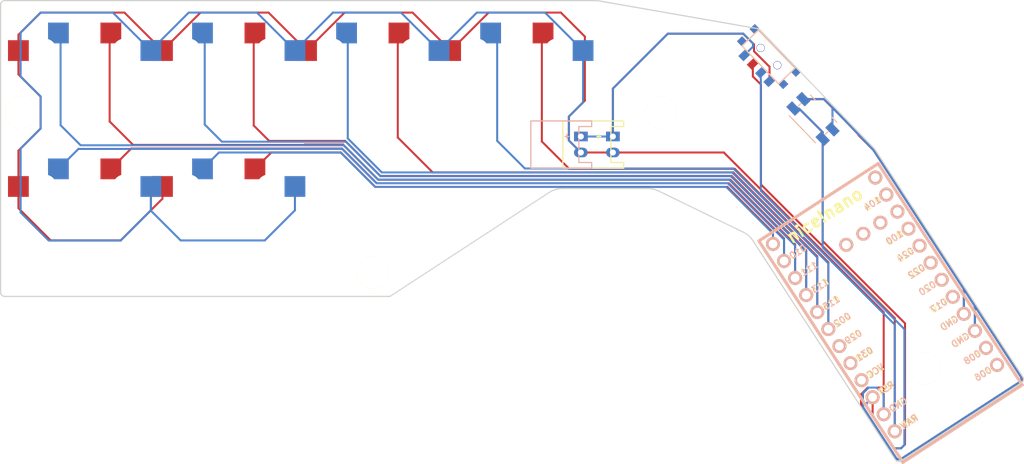
<source format=kicad_pcb>
(kicad_pcb (version 20241229) (generator "pcbnew") (generator_version "9.0")
  (title_block (title "revolver_left") (rev "v1.0.0") (company "Unknown"))
  (layers (0 "F.Cu" signal) (2 "B.Cu" signal) (13 "F.Paste" user) (15 "B.Paste" user) (5 "F.SilkS" user "F.Silkscreen") (7 "B.SilkS" user "B.Silkscreen") (1 "F.Mask" user) (3 "B.Mask" user) (25 "Edge.Cuts" user))
  (net 0 "")
  (net 1 "P111")
  (net 2 "GND")
  (net 3 "P010")
  (net 4 "P113")
  (net 5 "P009")
  (net 6 "P115")
  (net 7 "P002")
  (net 8 "RAW")
  (net 9 "RST")
  (net 10 "VCC")
  (net 11 "P031")
  (net 12 "P029")
  (net 13 "P006")
  (net 14 "P008")
  (net 15 "P017")
  (net 16 "P020")
  (net 17 "P022")
  (net 18 "P024")
  (net 19 "P100")
  (net 20 "P011")
  (net 21 "P104")
  (net 22 "P106")
  (net 23 "P101")
  (net 24 "P102")
  (net 25 "P107")
  (net 26 "pos")
  (footprint "E73:SPDT_C128955" (layer "F.Cu") (at 185.5 80 -46)
    (property "Reference" "T1" (hide yes))
    (property "Value" "" (hide yes))
    (fp_line (start -3.3 1.5) (end 3.3 1.5) (stroke (width 0.15)) (layer "B.SilkS"))
    (fp_line (start -3.3 -1.35) (end -3.3 1.5) (stroke (width 0.15)) (layer "B.SilkS"))
    (fp_line (start 0 -1.35) (end -3.3 -1.35) (stroke (width 0.15)) (layer "B.SilkS"))
    (fp_line (start 0 -1.35) (end 3.3 -1.349999) (stroke (width 0.15)) (layer "B.SilkS"))
    (fp_line (start 3.3 1.5) (end 3.3 -1.349999) (stroke (width 0.15)) (layer "B.SilkS"))
    (fp_line (start 1.95 -1.35) (end -1.95 -1.35) (stroke (width 0.15)) (layer "B.SilkS"))
    (pad "" smd rect (at -3.7 -1.1 314) (size 0.9 0.9) (layers "B.Cu" "B.Mask" "B.Paste"))
    (pad "" smd rect (at -3.7 1.1 314) (size 0.9 0.9) (layers "B.Cu" "B.Mask" "B.Paste"))
    (pad "" np_thru_hole circle (at -1.500001 0) (size 1 1) (drill 0.9) (layers "*.Cu" "*.Mask"))
    (pad "" np_thru_hole circle (at 1.500001 0) (size 1 1) (drill 0.9) (layers "*.Cu" "*.Mask"))
    (pad "" smd rect (at 3.7 -1.1 314) (size 0.9 0.9) (layers "B.Cu" "B.Mask" "B.Paste"))
    (pad "" smd rect (at 3.7 1.1 314) (size 0.9 0.9) (layers "B.Cu" "B.Mask" "B.Paste"))
    (pad "1" smd rect (at -2.249999 2.075 314) (size 0.9 1.25) (layers "B.Cu" "B.Mask" "B.Paste") (net 26 "pos"))
    (pad "2" smd rect (at 0.75 2.075 314) (size 0.9 1.25) (layers "B.Cu" "B.Mask" "B.Paste") (net 8 "RAW"))
    (pad "3" smd rect (at 2.25 2.075 314) (size 0.9 1.25) (layers "B.Cu" "B.Mask" "B.Paste"))
  )
  (footprint "HOLE_M2_TH" (layer "F.Cu") (at 172 87)
    (property "Reference" "" (at 0 0 0) (layer "F.SilkS") (effects (font (size 1.27 1.27))))
    (property "Value" "")
    (pad "" np_thru_hole circle (at 0 0 90) (size 4 4) (drill 4) (layers "*.Cu" "*.Mask" "F.SilkS") (clearance 0.3))
  )
  (footprint "HOLE_M2_TH" (layer "F.Cu") (at 205 119)
    (property "Reference" "" (at 0 0 0) (layer "F.SilkS") (effects (font (size 1.27 1.27))))
    (property "Value" "")
    (pad "" np_thru_hole circle (at 0 0 90) (size 4 4) (drill 4) (layers "*.Cu" "*.Mask" "F.SilkS") (clearance 0.3))
  )
  (footprint "PG1350" (layer "F.Cu") (at 100 100)
    (property "Reference" "S8" (hide yes))
    (property "Value" "" (hide yes))
    (pad "" np_thru_hole circle (at -5.5 0) (size 1.7018 1.7018) (drill 1.7018) (layers "*.Cu" "*.Mask"))
    (pad "" np_thru_hole circle (at -5 -3.75) (size 3 3) (drill 3) (layers "*.Cu" "*.Mask"))
    (pad "" np_thru_hole circle (at 0 -5.95) (size 3 3) (drill 3) (layers "*.Cu" "*.Mask"))
    (pad "" np_thru_hole circle (at 0 -5.95) (size 3 3) (drill 3) (layers "*.Cu" "*.Mask"))
    (pad "" np_thru_hole circle (at 0 0) (size 3.429 3.429) (drill 3.429) (layers "*.Cu" "*.Mask"))
    (pad "" np_thru_hole circle (at 5 -3.75) (size 3 3) (drill 3) (layers "*.Cu" "*.Mask"))
    (pad "" np_thru_hole circle (at 5.5 0) (size 1.7018 1.7018) (drill 1.7018) (layers "*.Cu" "*.Mask"))
    (pad "1" smd rect (at -3.275 -5.95) (size 2.6 2.6) (layers "B.Cu" "B.Mask" "B.Paste") (net 3 "P010"))
    (pad "1" smd rect (at 3.275 -5.95) (size 2.6 2.6) (layers "F.Cu" "F.Mask" "F.Paste") (net 3 "P010"))
    (pad "2" smd rect (at -8.275 -3.75) (size 2.6 2.6) (layers "F.Cu" "F.Mask" "F.Paste") (net 2 "GND"))
    (pad "2" smd rect (at 8.275 -3.75) (size 2.6 2.6) (layers "B.Cu" "B.Mask" "B.Paste") (net 2 "GND"))
  )
  (footprint "PG1350" (layer "F.Cu") (at 118 83)
    (property "Reference" "S9" (hide yes))
    (property "Value" "" (hide yes))
    (pad "" np_thru_hole circle (at -5.5 0) (size 1.7018 1.7018) (drill 1.7018) (layers "*.Cu" "*.Mask"))
    (pad "" np_thru_hole circle (at -5 -3.75) (size 3 3) (drill 3) (layers "*.Cu" "*.Mask"))
    (pad "" np_thru_hole circle (at 0 -5.95) (size 3 3) (drill 3) (layers "*.Cu" "*.Mask"))
    (pad "" np_thru_hole circle (at 0 -5.95) (size 3 3) (drill 3) (layers "*.Cu" "*.Mask"))
    (pad "" np_thru_hole circle (at 0 0) (size 3.429 3.429) (drill 3.429) (layers "*.Cu" "*.Mask"))
    (pad "" np_thru_hole circle (at 5 -3.75) (size 3 3) (drill 3) (layers "*.Cu" "*.Mask"))
    (pad "" np_thru_hole circle (at 5.5 0) (size 1.7018 1.7018) (drill 1.7018) (layers "*.Cu" "*.Mask"))
    (pad "1" smd rect (at -3.275 -5.95) (size 2.6 2.6) (layers "B.Cu" "B.Mask" "B.Paste") (net 4 "P113"))
    (pad "1" smd rect (at 3.275 -5.95) (size 2.6 2.6) (layers "F.Cu" "F.Mask" "F.Paste") (net 4 "P113"))
    (pad "2" smd rect (at -8.275 -3.75) (size 2.6 2.6) (layers "F.Cu" "F.Mask" "F.Paste") (net 2 "GND"))
    (pad "2" smd rect (at 8.275 -3.75) (size 2.6 2.6) (layers "B.Cu" "B.Mask" "B.Paste") (net 2 "GND"))
  )
  (footprint "Panasonic_EVQPUL_EVQPUC" (layer "F.Cu") (at 191 87.8 -46)
    (property "Reference" "B1" (hide yes))
    (property "Value" "Panasonic_EVQPUL_EVQPUC" (hide yes))
    (fp_line (start -2.449999 0.275) (end -2.450001 -0.275) (stroke (width 0.12)) (layer "B.SilkS"))
    (fp_line (start 2.350001 1.85) (end -2.35 1.85) (stroke (width 0.12)) (layer "B.SilkS"))
    (fp_line (start -1.425 -1.85) (end -2.350001 -1.85) (stroke (width 0.12)) (layer "B.SilkS"))
    (fp_line (start 2.450001 0.275) (end 2.449999 -0.275) (stroke (width 0.12)) (layer "B.SilkS"))
    (fp_line (start 2.35 -1.85) (end 1.425 -1.85) (stroke (width 0.12)) (layer "B.SilkS"))
    (pad "" np_thru_hole circle (at 0 -1.375 314) (size 0.75 0.75) (drill 0.75) (layers "*.Cu" "*.Mask"))
    (pad "" np_thru_hole circle (at 0 1.375 314) (size 0.75 0.75) (drill 0.75) (layers "*.Cu" "*.Mask"))
    (pad "1" smd rect (at -2.625 -0.850001 314) (size 1.55 1) (layers "B.Cu" "B.Mask" "B.Paste") (net 2 "GND"))
    (pad "1" smd rect (at 2.625 -0.85 314) (size 1.55 1) (layers "B.Cu" "B.Mask" "B.Paste") (net 2 "GND"))
    (pad "2" smd rect (at -2.625 0.85 314) (size 1.55 1) (layers "B.Cu" "B.Mask" "B.Paste") (net 9 "RST"))
    (pad "2" smd rect (at 2.625 0.850001 314) (size 1.55 1) (layers "B.Cu" "B.Mask" "B.Paste") (net 9 "RST"))
  )
  (footprint "PG1350" (layer "F.Cu") (at 118 100)
    (property "Reference" "S10" (hide yes))
    (property "Value" "" (hide yes))
    (pad "" np_thru_hole circle (at -5.5 0) (size 1.7018 1.7018) (drill 1.7018) (layers "*.Cu" "*.Mask"))
    (pad "" np_thru_hole circle (at -5 -3.75) (size 3 3) (drill 3) (layers "*.Cu" "*.Mask"))
    (pad "" np_thru_hole circle (at 0 -5.95) (size 3 3) (drill 3) (layers "*.Cu" "*.Mask"))
    (pad "" np_thru_hole circle (at 0 -5.95) (size 3 3) (drill 3) (layers "*.Cu" "*.Mask"))
    (pad "" np_thru_hole circle (at 0 0) (size 3.429 3.429) (drill 3.429) (layers "*.Cu" "*.Mask"))
    (pad "" np_thru_hole circle (at 5 -3.75) (size 3 3) (drill 3) (layers "*.Cu" "*.Mask"))
    (pad "" np_thru_hole circle (at 5.5 0) (size 1.7018 1.7018) (drill 1.7018) (layers "*.Cu" "*.Mask"))
    (pad "1" smd rect (at -3.275 -5.95) (size 2.6 2.6) (layers "B.Cu" "B.Mask" "B.Paste") (net 5 "P009"))
    (pad "1" smd rect (at 3.275 -5.95) (size 2.6 2.6) (layers "F.Cu" "F.Mask" "F.Paste") (net 5 "P009"))
    (pad "2" smd rect (at -8.275 -3.75) (size 2.6 2.6) (layers "F.Cu" "F.Mask" "F.Paste") (net 2 "GND"))
    (pad "2" smd rect (at 8.275 -3.75) (size 2.6 2.6) (layers "B.Cu" "B.Mask" "B.Paste") (net 2 "GND"))
  )
  (footprint "JST_PH_S2B-PH-K_02x2.00mm_Angled" (layer "F.Cu") (at 166 91 -90)
    (property "Reference" "JST2" (hide yes))
    (property "Value" "" (hide yes))
    (fp_line (start -2.95 6.25) (end 2.95 6.25) (stroke (width 0.15)) (layer "F.SilkS"))
    (fp_line (start 2.95 6.25) (end 2.95 -1.35) (stroke (width 0.15)) (layer "F.SilkS"))
    (fp_line (start -1.25 1.75) (end -0.75 1.75) (stroke (width 0.15)) (layer "F.SilkS"))
    (fp_line (start -1 1.5) (end -1 2) (stroke (width 0.15)) (layer "F.SilkS"))
    (fp_line (start -2.25 0.25) (end -2.25 -1.35) (stroke (width 0.15)) (layer "F.SilkS"))
    (fp_line (start 2.25 0.25) (end -2.25 0.25) (stroke (width 0.15)) (layer "F.SilkS"))
    (fp_line (start -2.95 -1.35) (end -2.95 6.25) (stroke (width 0.15)) (layer "F.SilkS"))
    (fp_line (start -2.25 -1.35) (end -2.95 -1.35) (stroke (width 0.15)) (layer "F.SilkS"))
    (fp_line (start 2.25 -1.35) (end 2.25 0.25) (stroke (width 0.15)) (layer "F.SilkS"))
    (fp_line (start 2.95 -1.35) (end 2.25 -1.35) (stroke (width 0.15)) (layer "F.SilkS"))
    (pad "1" thru_hole rect (at -1 0 270) (size 1.2 1.7) (drill 0.75) (layers "*.Cu" "*.Mask") (net 26 "pos"))
    (pad "2" thru_hole oval (at 1 0 270) (size 1.2 1.7) (drill 0.75) (layers "*.Cu" "*.Mask") (net 2 "GND"))
  )
  (footprint "HOLE_M2_TH" (layer "F.Cu") (at 92 87)
    (property "Reference" "" (at 0 0 0) (layer "F.SilkS") (effects (font (size 1.27 1.27))))
    (property "Value" "")
    (pad "" np_thru_hole circle (at 0 0 90) (size 4 4) (drill 4) (layers "*.Cu" "*.Mask" "F.SilkS") (clearance 0.3))
  )
  (footprint "Panasonic_EVQPUL_EVQPUC" (layer "F.Cu") (at 191 87.8 -46)
    (property "Reference" "B2" (hide yes))
    (property "Value" "Panasonic_EVQPUL_EVQPUC" (hide yes))
    (fp_line (start -2.449999 0.275) (end -2.450001 -0.275) (stroke (width 0.12)) (layer "F.SilkS"))
    (fp_line (start 2.350001 1.85) (end -2.35 1.85) (stroke (width 0.12)) (layer "F.SilkS"))
    (fp_line (start -1.425 -1.85) (end -2.350001 -1.85) (stroke (width 0.12)) (layer "F.SilkS"))
    (fp_line (start 2.450001 0.275) (end 2.449999 -0.275) (stroke (width 0.12)) (layer "F.SilkS"))
    (fp_line (start 2.35 -1.85) (end 1.425 -1.85) (stroke (width 0.12)) (layer "F.SilkS"))
    (pad "" np_thru_hole circle (at 0 -1.375 314) (size 0.75 0.75) (drill 0.75) (layers "*.Cu" "*.Mask"))
    (pad "" np_thru_hole circle (at 0 1.375 314) (size 0.75 0.75) (drill 0.75) (layers "*.Cu" "*.Mask"))
    (pad "1" smd rect (at -2.625 -0.850001 314) (size 1.55 1) (layers "F.Cu" "F.Mask" "F.Paste") (net 2 "GND"))
    (pad "1" smd rect (at 2.625 -0.85 314) (size 1.55 1) (layers "F.Cu" "F.Mask" "F.Paste") (net 2 "GND"))
    (pad "2" smd rect (at -2.625 0.85 314) (size 1.55 1) (layers "F.Cu" "F.Mask" "F.Paste") (net 9 "RST"))
    (pad "2" smd rect (at 2.625 0.850001 314) (size 1.55 1) (layers "F.Cu" "F.Mask" "F.Paste") (net 9 "RST"))
  )
  (footprint "nice_nano" (layer "F.Cu") (at 200 111 123)
    (property "Reference" "MCU1" (hide yes))
    (property "Value" "nice_nano" (hide yes))
    (fp_line (start 15.24 -8.89) (end -17.78 -8.89) (stroke (width 0.381)) (layer "F.SilkS"))
    (fp_line (start 15.24 8.889999) (end 15.24 -8.89) (stroke (width 0.381)) (layer "F.SilkS"))
    (fp_line (start -17.78 -8.89) (end -17.78 8.889999) (stroke (width 0.381)) (layer "F.SilkS"))
    (fp_line (start -17.78 8.889999) (end 15.24 8.889999) (stroke (width 0.381)) (layer "F.SilkS"))
    (fp_line (start 15.24 -8.89) (end -17.78 -8.89) (stroke (width 0.381)) (layer "B.SilkS"))
    (fp_line (start 15.24 8.889999) (end 15.24 -8.89) (stroke (width 0.381)) (layer "B.SilkS"))
    (fp_line (start -17.78 -8.89) (end -17.78 8.889999) (stroke (width 0.381)) (layer "B.SilkS"))
    (fp_line (start -17.78 8.889999) (end 15.24 8.889999) (stroke (width 0.381)) (layer "B.SilkS"))
    (fp_text user "RST" (at -8.89 -5.588 213) (layer "F.SilkS") (effects (font (size 0.8 0.8))))
    (fp_text user "031" (at -3.81 -5.537191 213) (layer "F.SilkS") (effects (font (size 0.8 0.8))))
    (fp_text user "002" (at 1.27 -5.537191 213) (layer "F.SilkS") (effects (font (size 0.8 0.8))))
    (fp_text user "017" (at -3.8 5.537191 213) (layer "F.SilkS") (effects (font (size 0.8 0.8))))
    (fp_text user "020" (at -1.2 5.53719 213) (layer "F.SilkS") (effects (font (size 0.8 0.8))))
    (fp_text user "024" (at 3.81 5.537191 213) (layer "F.SilkS") (effects (font (size 0.8 0.8))))
    (fp_text user "100" (at 6.35 5.53719 213) (layer "F.SilkS") (effects (font (size 0.8 0.8))))
    (fp_text user "GND" (at -6.35 5.461 213) (layer "F.SilkS") (effects (font (size 0.8 0.8))))
    (fp_text user "010" (at 11.43 -5.537191 213) (layer "F.SilkS") (effects (font (size 0.8 0.8))))
    (fp_text user "029" (at -1.27 -5.537191 213) (layer "F.SilkS") (effects (font (size 0.8 0.8))))
    (fp_text user "GND" (at -8.89 5.461 213) (layer "F.SilkS") (effects (font (size 0.8 0.8))))
    (fp_text user "006" (at -13.97 5.53719 213) (layer "F.SilkS") (effects (font (size 0.8 0.8))))
    (fp_text user "GND" (at -11.43 -5.454667 213) (layer "F.SilkS") (effects (font (size 0.8 0.8))))
    (fp_text user "RAW" (at -13.97 -5.473715 213) (layer "F.SilkS") (effects (font (size 0.8 0.8))))
    (fp_text user "022" (at 1.3 5.537191 213) (layer "F.SilkS") (effects (font (size 0.8 0.8))))
    (fp_text user "113" (at 6.35 -5.537191 213) (layer "F.SilkS") (effects (font (size 0.8 0.8))))
    (fp_text user "008" (at -11.5 5.53719 213) (layer "F.SilkS") (effects (font (size 0.8 0.8))))
    (fp_text user "115" (at 3.810001 -5.537191 213) (layer "F.SilkS") (effects (font (size 0.8 0.8))))
    (fp_text user "111" (at 8.89 -5.537191 213) (layer "F.SilkS") (effects (font (size 0.8 0.8))))
    (fp_text user "VCC" (at -6.35 -5.537191 213) (layer "F.SilkS") (effects (font (size 0.8 0.8))))
    (fp_text user "104" (at 11.43 5.53719 213) (layer "F.SilkS") (effects (font (size 0.8 0.8))))
    (fp_text user "nice!nano" (at 13.462 -0.254 213) (layer "F.SilkS") (effects (font (size 1.5 1.5) (thickness 0.3))))
    (fp_text user "GND" (at -6.35 5.461 213) (layer "B.SilkS") (effects (font (size 0.8 0.8)) (justify mirror)))
    (fp_text user "VCC" (at -6.35 -5.537191 213) (layer "B.SilkS") (effects (font (size 0.8 0.8)) (justify mirror)))
    (fp_text user "100" (at 6.35 5.53719 213) (layer "B.SilkS") (effects (font (size 0.8 0.8)) (justify mirror)))
    (fp_text user "113" (at 6.35 -5.537191 213) (layer "B.SilkS") (effects (font (size 0.8 0.8)) (justify mirror)))
    (fp_text user "111" (at 8.89 -5.537191 213) (layer "B.SilkS") (effects (font (size 0.8 0.8)) (justify mirror)))
    (fp_text user "RAW" (at -13.97 -5.473715 213) (layer "B.SilkS") (effects (font (size 0.8 0.8)) (justify mirror)))
    (fp_text user "010" (at 11.43 -5.537191 213) (layer "B.SilkS") (effects (font (size 0.8 0.8)) (justify mirror)))
    (fp_text user "024" (at 3.81 5.537191 213) (layer "B.SilkS") (effects (font (size 0.8 0.8)) (justify mirror)))
    (fp_text user "022" (at 1.3 5.537191 213) (layer "B.SilkS") (effects (font (size 0.8 0.8)) (justify mirror)))
    (fp_text user "008" (at -11.5 5.53719 213) (layer "B.SilkS") (effects (font (size 0.8 0.8)) (justify mirror)))
    (fp_text user "031" (at -3.81 -5.537191 213) (layer "B.SilkS") (effects (font (size 0.8 0.8)) (justify mirror)))
    (fp_text user "RST" (at -8.89 -5.588 213) (layer "B.SilkS") (effects (font (size 0.8 0.8)) (justify mirror)))
    (fp_text user "006" (at -13.97 5.53719 213) (layer "B.SilkS") (effects (font (size 0.8 0.8)) (justify mirror)))
    (fp_text user "GND" (at -11.43 -5.454667 213) (layer "B.SilkS") (effects (font (size 0.8 0.8)) (justify mirror)))
    (fp_text user "029" (at -1.27 -5.537191 213) (layer "B.SilkS") (effects (font (size 0.8 0.8)) (justify mirror)))
    (fp_text user "002" (at 1.27 -5.537191 213) (layer "B.SilkS") (effects (font (size 0.8 0.8)) (justify mirror)))
    (fp_text user "020" (at -1.2 5.53719 213) (layer "B.SilkS") (effects (font (size 0.8 0.8)) (justify mirror)))
    (fp_text user "104" (at 11.43 5.53719 213) (layer "B.SilkS") (effects (font (size 0.8 0.8)) (justify mirror)))
    (fp_text user "GND" (at -8.89 5.461 213) (layer "B.SilkS") (effects (font (size 0.8 0.8)) (justify mirror)))
    (fp_text user "017" (at -3.8 5.537191 213) (layer "B.SilkS") (effects (font (size 0.8 0.8)) (justify mirror)))
    (fp_text user "115" (at 3.810001 -5.537191 213) (layer "B.SilkS") (effects (font (size 0.8 0.8)) (justify mirror)))
    (pad "1" thru_hole circle (at -13.97 7.62) (size 1.7526 1.7526) (drill 1.0922) (layers "*.Cu" "*.SilkS" "*.Mask") (net 13 "P006"))
    (pad "2" thru_hole circle (at -11.43 7.62) (size 1.7526 1.7526) (drill 1.0922) (layers "*.Cu" "*.SilkS" "*.Mask") (net 14 "P008"))
    (pad "3" thru_hole circle (at -8.89 7.62) (size 1.7526 1.7526) (drill 1.0922) (layers "*.Cu" "*.SilkS" "*.Mask") (net 2 "GND"))
    (pad "4" thru_hole circle (at -6.350001 7.62) (size 1.7526 1.7526) (drill 1.0922) (layers "*.Cu" "*.SilkS" "*.Mask") (net 2 "GND"))
    (pad "5" thru_hole circle (at -3.809999 7.62) (size 1.7526 1.7526) (drill 1.0922) (layers "*.Cu" "*.SilkS" "*.Mask") (net 15 "P017"))
    (pad "6" thru_hole circle (at -1.27 7.62) (size 1.7526 1.7526) (drill 1.0922) (layers "*.Cu" "*.SilkS" "*.Mask") (net 16 "P020"))
    (pad "7" thru_hole circle (at 1.27 7.62) (size 1.7526 1.7526) (drill 1.0922) (layers "*.Cu" "*.SilkS" "*.Mask") (net 17 "P022"))
    (pad "8" thru_hole circle (at 3.81 7.62) (size 1.7526 1.7526) (drill 1.0922) (layers "*.Cu" "*.SilkS" "*.Mask") (net 18 "P024"))
    (pad "9" thru_hole circle (at 6.35 7.62) (size 1.7526 1.7526) (drill 1.0922) (layers "*.Cu" "*.SilkS" "*.Mask") (net 19 "P100"))
    (pad "10" thru_hole circle (at 8.89 7.62) (size 1.7526 1.7526) (drill 1.0922) (layers "*.Cu" "*.SilkS" "*.Mask") (net 20 "P011"))
    (pad "11" thru_hole circle (at 11.43 7.62) (size 1.7526 1.7526) (drill 1.0922) (layers "*.Cu" "*.SilkS" "*.Mask") (net 21 "P104"))
    (pad "12" thru_hole circle (at 13.97 7.62) (size 1.7526 1.7526) (drill 1.0922) (layers "*.Cu" "*.SilkS" "*.Mask") (net 22 "P106"))
    (pad "13" thru_hole circle (at 13.97 -7.62) (size 1.7526 1.7526) (drill 1.0922) (layers "*.Cu" "*.SilkS" "*.Mask") (net 5 "P009"))
    (pad "14" thru_hole circle (at 11.43 -7.62) (size 1.7526 1.7526) (drill 1.0922) (layers "*.Cu" "*.SilkS" "*.Mask") (net 3 "P010"))
    (pad "15" thru_hole circle (at 8.89 -7.62) (size 1.7526 1.7526) (drill 1.0922) (layers "*.Cu" "*.SilkS" "*.Mask") (net 1 "P111"))
    (pad "16" thru_hole circle (at 6.350001 -7.62) (size 1.7526 1.7526) (drill 1.0922) (layers "*.Cu" "*.SilkS" "*.Mask") (net 4 "P113"))
    (pad "17" thru_hole circle (at 3.809999 -7.62) (size 1.7526 1.7526) (drill 1.0922) (layers "*.Cu" "*.SilkS" "*.Mask") (net 6 "P115"))
    (pad "18" thru_hole circle (at 1.27 -7.62) (size 1.7526 1.7526) (drill 1.0922) (layers "*.Cu" "*.SilkS" "*.Mask") (net 7 "P002"))
    (pad "19" thru_hole circle (at -1.27 -7.62) (size 1.7526 1.7526) (drill 1.0922) (layers "*.Cu" "*.SilkS" "*.Mask") (net 12 "P029"))
    (pad "20" thru_hole circle (at -3.81 -7.62) (size 1.7526 1.7526) (drill 1.0922) (layers "*.Cu" "*.SilkS" "*.Mask") (net 11 "P031"))
    (pad "21" thru_hole circle (at -6.35 -7.62) (size 1.7526 1.7526) (drill 1.0922) (layers "*.Cu" "*.SilkS" "*.Mask") (net 10 "VCC"))
    (pad "22" thru_hole circle (at -8.89 -7.62) (size 1.7526 1.7526) (drill 1.0922) (layers "*.Cu" "*.SilkS" "*.Mask") (net 9 "RST"))
    (pad "23" thru_hole circle (at -11.43 -7.62) (size 1.7526 1.7526) (drill 1.0922) (layers "*.Cu" "*.SilkS" "*.Mask") (net 2 "GND"))
    (pad "24" thru_hole circle (at -13.97 -7.62) (size 1.7526 1.7526) (drill 1.0922) (layers "*.Cu" "*.SilkS" "*.Mask") (net 8 "RAW"))
    (pad "31" thru_hole circle (at 8.890001 5.08) (size 1.7526 1.7526) (drill 1.0922) (layers "*.Cu" "*.SilkS" "*.Mask") (net 23 "P101"))
    (pad "32" thru_hole circle (at 8.89 2.54) (size 1.7526 1.7526) (drill 1.0922) (layers "*.Cu" "*.SilkS" "*.Mask") (net 24 "P102"))
    (pad "33" thru_hole circle (at 8.89 0) (size 1.7526 1.7526) (drill 1.0922) (layers "*.Cu" "*.SilkS" "*.Mask") (net 25 "P107"))
  )
  (footprint "JST_PH_S2B-PH-K_02x2.00mm_Angled" (layer "F.Cu") (at 162 91 -90)
    (property "Reference" "JST1" (hide yes))
    (property "Value" "" (hide yes))
    (fp_line (start -2.95 6.25) (end 2.95 6.25) (stroke (width 0.15)) (layer "B.SilkS"))
    (fp_line (start 2.95 6.25) (end 2.95 -1.35) (stroke (width 0.15)) (layer "B.SilkS"))
    (fp_line (start -1.25 1.75) (end -0.75 1.75) (stroke (width 0.15)) (layer "B.SilkS"))
    (fp_line (start -1 1.5) (end -1 2) (stroke (width 0.15)) (layer "B.SilkS"))
    (fp_line (start -2.25 0.25) (end -2.25 -1.35) (stroke (width 0.15)) (layer "B.SilkS"))
    (fp_line (start 2.25 0.25) (end -2.25 0.25) (stroke (width 0.15)) (layer "B.SilkS"))
    (fp_line (start -2.95 -1.35) (end -2.95 6.25) (stroke (width 0.15)) (layer "B.SilkS"))
    (fp_line (start -2.25 -1.35) (end -2.95 -1.35) (stroke (width 0.15)) (layer "B.SilkS"))
    (fp_line (start 2.25 -1.35) (end 2.25 0.25) (stroke (width 0.15)) (layer "B.SilkS"))
    (fp_line (start 2.95 -1.35) (end 2.25 -1.35) (stroke (width 0.15)) (layer "B.SilkS"))
    (pad "1" thru_hole rect (at -1 0 270) (size 1.2 1.7) (drill 0.75) (layers "*.Cu" "*.Mask") (net 26 "pos"))
    (pad "2" thru_hole oval (at 1 0 270) (size 1.2 1.7) (drill 0.75) (layers "*.Cu" "*.Mask") (net 2 "GND"))
  )
  (footprint "PG1350" (layer "F.Cu") (at 136 83)
    (property "Reference" "S11" (hide yes))
    (property "Value" "" (hide yes))
    (pad "" np_thru_hole circle (at -5.5 0) (size 1.7018 1.7018) (drill 1.7018) (layers "*.Cu" "*.Mask"))
    (pad "" np_thru_hole circle (at -5 -3.75) (size 3 3) (drill 3) (layers "*.Cu" "*.Mask"))
    (pad "" np_thru_hole circle (at 0 -5.95) (size 3 3) (drill 3) (layers "*.Cu" "*.Mask"))
    (pad "" np_thru_hole circle (at 0 -5.95) (size 3 3) (drill 3) (layers "*.Cu" "*.Mask"))
    (pad "" np_thru_hole circle (at 0 0) (size 3.429 3.429) (drill 3.429) (layers "*.Cu" "*.Mask"))
    (pad "" np_thru_hole circle (at 5 -3.75) (size 3 3) (drill 3) (layers "*.Cu" "*.Mask"))
    (pad "" np_thru_hole circle (at 5.5 0) (size 1.7018 1.7018) (drill 1.7018) (layers "*.Cu" "*.Mask"))
    (pad "1" smd rect (at -3.275 -5.95) (size 2.6 2.6) (layers "B.Cu" "B.Mask" "B.Paste") (net 6 "P115"))
    (pad "1" smd rect (at 3.275 -5.95) (size 2.6 2.6) (layers "F.Cu" "F.Mask" "F.Paste") (net 6 "P115"))
    (pad "2" smd rect (at -8.275 -3.75) (size 2.6 2.6) (layers "F.Cu" "F.Mask" "F.Paste") (net 2 "GND"))
    (pad "2" smd rect (at 8.275 -3.75) (size 2.6 2.6) (layers "B.Cu" "B.Mask" "B.Paste") (net 2 "GND"))
  )
  (footprint "PG1350" (layer "F.Cu") (at 100 83)
    (property "Reference" "S7" (hide yes))
    (property "Value" "" (hide yes))
    (pad "" np_thru_hole circle (at -5.5 0) (size 1.7018 1.7018) (drill 1.7018) (layers "*.Cu" "*.Mask"))
    (pad "" np_thru_hole circle (at -5 -3.75) (size 3 3) (drill 3) (layers "*.Cu" "*.Mask"))
    (pad "" np_thru_hole circle (at 0 -5.95) (size 3 3) (drill 3) (layers "*.Cu" "*.Mask"))
    (pad "" np_thru_hole circle (at 0 -5.95) (size 3 3) (drill 3) (layers "*.Cu" "*.Mask"))
    (pad "" np_thru_hole circle (at 0 0) (size 3.429 3.429) (drill 3.429) (layers "*.Cu" "*.Mask"))
    (pad "" np_thru_hole circle (at 5 -3.75) (size 3 3) (drill 3) (layers "*.Cu" "*.Mask"))
    (pad "" np_thru_hole circle (at 5.5 0) (size 1.7018 1.7018) (drill 1.7018) (layers "*.Cu" "*.Mask"))
    (pad "1" smd rect (at -3.275 -5.95) (size 2.6 2.6) (layers "B.Cu" "B.Mask" "B.Paste") (net 1 "P111"))
    (pad "1" smd rect (at 3.275 -5.95) (size 2.6 2.6) (layers "F.Cu" "F.Mask" "F.Paste") (net 1 "P111"))
    (pad "2" smd rect (at -8.275 -3.75) (size 2.6 2.6) (layers "F.Cu" "F.Mask" "F.Paste") (net 2 "GND"))
    (pad "2" smd rect (at 8.275 -3.75) (size 2.6 2.6) (layers "B.Cu" "B.Mask" "B.Paste") (net 2 "GND"))
  )
  (footprint "HOLE_M2_TH" (layer "F.Cu") (at 136 107)
    (property "Reference" "" (at 0 0 0) (layer "F.SilkS") (effects (font (size 1.27 1.27))))
    (property "Value" "")
    (pad "" np_thru_hole circle (at 0 0 90) (size 4 4) (drill 4) (layers "*.Cu" "*.Mask" "F.SilkS") (clearance 0.3))
  )
  (footprint "E73:SPDT_C128955" (layer "F.Cu") (at 185.5 80 -46)
    (property "Reference" "T2" (hide yes))
    (property "Value" "" (hide yes))
    (fp_line (start -3.3 1.5) (end 3.3 1.5) (stroke (width 0.15)) (layer "F.SilkS"))
    (fp_line (start -3.3 -1.35) (end -3.3 1.5) (stroke (width 0.15)) (layer "F.SilkS"))
    (fp_line (start 0 -1.35) (end -3.3 -1.35) (stroke (width 0.15)) (layer "F.SilkS"))
    (fp_line (start 0 -1.35) (end 3.3 -1.349999) (stroke (width 0.15)) (layer "F.SilkS"))
    (fp_line (start 3.3 1.5) (end 3.3 -1.349999) (stroke (width 0.15)) (layer "F.SilkS"))
    (fp_line (start 1.95 -1.35) (end -1.95 -1.35) (stroke (width 0.15)) (layer "F.SilkS"))
    (pad "" smd rect (at -3.7 -1.1 314) (size 0.9 0.9) (layers "F.Cu" "F.Mask" "F.Paste"))
    (pad "" smd rect (at -3.7 1.1 314) (size 0.9 0.9) (layers "F.Cu" "F.Mask" "F.Paste"))
    (pad "" np_thru_hole circle (at -1.500001 0) (size 1 1) (drill 0.9) (layers "*.Cu" "*.Mask"))
    (pad "" np_thru_hole circle (at 1.500001 0) (size 1 1) (drill 0.9) (layers "*.Cu" "*.Mask"))
    (pad "" smd rect (at 3.7 -1.1 314) (size 0.9 0.9) (layers "F.Cu" "F.Mask" "F.Paste"))
    (pad "" smd rect (at 3.7 1.1 314) (size 0.9 0.9) (layers "F.Cu" "F.Mask" "F.Paste"))
    (pad "1" smd rect (at 2.25 2.075 314) (size 0.9 1.25) (layers "F.Cu" "F.Mask" "F.Paste") (net 26 "pos"))
    (pad "2" smd rect (at -0.75 2.075 314) (size 0.9 1.25) (layers "F.Cu" "F.Mask" "F.Paste") (net 8 "RAW"))
    (pad "3" smd rect (at -2.249999 2.075 314) (size 0.9 1.25) (layers "F.Cu" "F.Mask" "F.Paste"))
  )
  (footprint "PG1350" (layer "F.Cu") (at 154 83)
    (property "Reference" "S12" (hide yes))
    (property "Value" "" (hide yes))
    (pad "" np_thru_hole circle (at -5.5 0) (size 1.7018 1.7018) (drill 1.7018) (layers "*.Cu" "*.Mask"))
    (pad "" np_thru_hole circle (at -5 -3.75) (size 3 3) (drill 3) (layers "*.Cu" "*.Mask"))
    (pad "" np_thru_hole circle (at 0 -5.95) (size 3 3) (drill 3) (layers "*.Cu" "*.Mask"))
    (pad "" np_thru_hole circle (at 0 -5.95) (size 3 3) (drill 3) (layers "*.Cu" "*.Mask"))
    (pad "" np_thru_hole circle (at 0 0) (size 3.429 3.429) (drill 3.429) (layers "*.Cu" "*.Mask"))
    (pad "" np_thru_hole circle (at 5 -3.75) (size 3 3) (drill 3) (layers "*.Cu" "*.Mask"))
    (pad "" np_thru_hole circle (at 5.5 0) (size 1.7018 1.7018) (drill 1.7018) (layers "*.Cu" "*.Mask"))
    (pad "1" smd rect (at -3.275 -5.95) (size 2.6 2.6) (layers "B.Cu" "B.Mask" "B.Paste") (net 7 "P002"))
    (pad "1" smd rect (at 3.275 -5.95) (size 2.6 2.6) (layers "F.Cu" "F.Mask" "F.Paste") (net 7 "P002"))
    (pad "2" smd rect (at -8.275 -3.75) (size 2.6 2.6) (layers "F.Cu" "F.Mask" "F.Paste") (net 2 "GND"))
    (pad "2" smd rect (at 8.275 -3.75) (size 2.6 2.6) (layers "B.Cu" "B.Mask" "B.Paste") (net 2 "GND"))
  )
  (gr_arc (start 182.296584 101.9699) (mid 182.970034 102.419558) (end 183.498688 103.032953) (stroke (width 0.15)) (layer "Edge.Cuts"))
  (gr_arc (start 198.594328 91.444769) (mid 198.656665 91.501808) (end 198.708507 91.56853) (stroke (width 0.15)) (layer "Edge.Cuts"))
  (gr_line (start 89.5 109.5) (end 89.5 73.5) (stroke (width 0.15)) (layer "Edge.Cuts"))
  (gr_arc (start 89.5 73.5) (mid 89.646447 73.146447) (end 90 73) (stroke (width 0.15)) (layer "Edge.Cuts"))
  (gr_line (start 217.226234 120.083329) (end 198.708507 91.56853) (stroke (width 0.15)) (layer "Edge.Cuts"))
  (gr_line (start 138 110) (end 90 110) (stroke (width 0.15)) (layer "Edge.Cuts"))
  (gr_arc (start 217.226235 120.083329) (mid 217.295973 120.459605) (end 217.079218 120.774984) (stroke (width 0.15)) (layer "Edge.Cuts"))
  (gr_line (start 183.498688 103.032953) (end 201.291493 130.43147) (stroke (width 0.15)) (layer "Edge.Cuts"))
  (gr_line (start 90 73) (end 164 73) (stroke (width 0.15)) (layer "Edge.Cuts"))
  (gr_arc (start 138.273625 109.918485) (mid 138.142755 109.979188) (end 138 110) (stroke (width 0.15)) (layer "Edge.Cuts"))
  (gr_arc (start 158.047991 96.989091) (mid 158.833213 96.624872) (end 159.689739 96.5) (stroke (width 0.15)) (layer "Edge.Cuts"))
  (gr_line (start 182.296584 101.9699) (end 171.690904 96.80303) (stroke (width 0.15)) (layer "Edge.Cuts"))
  (gr_arc (start 170.376996 96.5) (mid 171.051196 96.576739) (end 171.690904 96.80303) (stroke (width 0.15)) (layer "Edge.Cuts"))
  (gr_line (start 164.08619 73.007485) (end 184.08619 76.507485) (stroke (width 0.15)) (layer "Edge.Cuts"))
  (gr_line (start 159.689739 96.5) (end 170.376996 96.5) (stroke (width 0.15)) (layer "Edge.Cuts"))
  (gr_arc (start 90 110) (mid 89.646447 109.853553) (end 89.5 109.5) (stroke (width 0.15)) (layer "Edge.Cuts"))
  (gr_arc (start 164 73) (mid 164.043257 73.001875) (end 164.08619 73.007485) (stroke (width 0.15)) (layer "Edge.Cuts"))
  (gr_line (start 201.983148 130.578486) (end 217.079218 120.774984) (stroke (width 0.15)) (layer "Edge.Cuts"))
  (gr_arc (start 201.983148 130.578487) (mid 201.606872 130.648225) (end 201.291493 130.43147) (stroke (width 0.15)) (layer "Edge.Cuts"))
  (gr_line (start 158.047991 96.989091) (end 138.273625 109.918485) (stroke (width 0.15)) (layer "Edge.Cuts"))
  (gr_line (start 184.360277 76.6533) (end 198.594327 91.444768) (stroke (width 0.15)) (layer "Edge.Cuts"))
  (gr_arc (start 184.08619 76.507484) (mid 184.234838 76.55858) (end 184.360277 76.6533) (stroke (width 0.15)) (layer "Edge.Cuts"))
  (segment (start 136.67098 95.39536) (end 180.67098 95.39536) (width 0.25) (layer "F.Cu") (net 1))
  (segment (start 103.275 77.05) (end 103.124 77.201) (width 0.25) (layer "F.Cu") (net 1))
  (segment (start 132.27562 91) (end 136.67098 95.39536) (width 0.25) (layer "F.Cu") (net 1))
  (segment (start 103.124 77.201) (end 103.124 88.124) (width 0.25) (layer "F.Cu") (net 1))
  (segment (start 180.67098 95.39536) (end 188.767489 103.491869) (width 0.25) (layer "F.Cu") (net 1))
  (segment (start 127.451 91.049) (end 127.5 91) (width 0.25) (layer "F.Cu") (net 1))
  (segment (start 127.5 91) (end 132.27562 91) (width 0.25) (layer "F.Cu") (net 1))
  (segment (start 106.049 91.049) (end 127.451 91.049) (width 0.25) (layer "F.Cu") (net 1))
  (segment (start 188.767489 103.491869) (end 188.767489 107.694368) (width 0.25) (layer "F.Cu") (net 1))
  (segment (start 103.124 88.124) (end 106.049 91.049) (width 0.25) (layer "F.Cu") (net 1))
  (segment (start 136.67262 95.397) (end 180.53481 95.397) (width 0.25) (layer "B.Cu") (net 1))
  (segment (start 96.993587 88.591587) (end 99.5 91.098) (width 0.25) (layer "B.Cu") (net 1))
  (segment (start 180.53481 95.397) (end 188.767489 103.629679) (width 0.25) (layer "B.Cu") (net 1))
  (segment (start 188.767489 103.629679) (end 188.767489 107.694368) (width 0.25) (layer "B.Cu") (net 1))
  (segment (start 96.993587 77.318587) (end 96.993587 88.591587) (width 0.25) (layer "B.Cu") (net 1))
  (segment (start 96.725 77.05) (end 96.993587 77.318587) (width 0.25) (layer "B.Cu") (net 1))
  (segment (start 132.37362 91.098) (end 136.67262 95.397) (width 0.25) (layer "B.Cu") (net 1))
  (segment (start 99.5 91.098) (end 132.37362 91.098) (width 0.25) (layer "B.Cu") (net 1))
  (segment (start 201.9578 130.355282) (end 216.899737 120.651875) (width 0.25) (layer "F.Cu") (net 2))
  (segment (start 197 122.243805) (end 197 123.454099) (width 0.25) (layer "F.Cu") (net 2))
  (segment (start 209.849128 109.092634) (end 209.849128 112.175409) (width 0.25) (layer "F.Cu") (net 2))
  (segment (start 159.5 74.5) (end 162.5 77.5) (width 0.25) (layer "F.Cu") (net 2))
  (segment (start 91.725 79.25) (end 91.725 77.275) (width 0.25) (layer "F.Cu") (net 2))
  (segment (start 217.095963 120.417062) (end 217.087599 120.257237) (width 0.25) (layer "F.Cu") (net 2))
  (segment (start 132.475 74.5) (end 140.975 74.5) (width 0.25) (layer "F.Cu") (net 2))
  (segment (start 197 123.454099) (end 201.407715 130.241384) (width 0.25) (layer "F.Cu") (net 2))
  (segment (start 198.565389 91.717199) (end 209.849128 109.092634) (width 0.25) (layer "F.Cu") (net 2))
  (segment (start 160.5 87.5) (end 160.5 90.5) (width 0.25) (layer "F.Cu") (net 2))
  (segment (start 114.475 74.5) (end 122.975 74.5) (width 0.25) (layer "F.Cu") (net 2))
  (segment (start 179.86219 92) (end 199.834554 111.972364) (width 0.25) (layer "F.Cu") (net 2))
  (segment (start 91.725 82.225) (end 91.725 79.25) (width 0.25) (layer "F.Cu") (net 2))
  (segment (start 199.834554 111.972364) (end 199.834554 121.5) (width 0.25) (layer "F.Cu") (net 2))
  (segment (start 199.738185 121.403631) (end 197.840174 121.403631) (width 0.25) (layer "F.Cu") (net 2))
  (segment (start 194.499991 87.47997) (end 196.701858 89.768064) (width 0.25) (layer "F.Cu") (net 2))
  (segment (start 201.407715 130.241384) (end 201.521613 130.355282) (width 0.25) (layer "F.Cu") (net 2))
  (segment (start 91.725 98.960099) (end 91.725 96.25) (width 0.25) (layer "F.Cu") (net 2))
  (segment (start 91.725 91.775) (end 94.5 89) (width 0.25) (layer "F.Cu") (net 2))
  (segment (start 140.975 74.5) (end 145.725 79.25) (width 0.25) (layer "F.Cu") (net 2))
  (segment (start 209.849128 109.092634) (end 211.232511 111.222857) (width 0.25) (layer "F.Cu") (net 2))
  (segment (start 104.5 103) (end 95.764901 103) (width 0.25) (layer "F.Cu") (net 2))
  (segment (start 109.725 79.25) (end 114.475 74.5) (width 0.25) (layer "F.Cu") (net 2))
  (segment (start 162.5 85.5) (end 160.5 87.5) (width 0.25) (layer "F.Cu") (net 2))
  (segment (start 127.725 79.25) (end 132.475 74.5) (width 0.25) (layer "F.Cu") (net 2))
  (segment (start 217.011994 120.12248) (end 211.232511 111.222857) (width 0.25) (layer "F.Cu") (net 2))
  (segment (start 216.899737 120.651875) (end 217.02327 120.559708) (width 0.25) (layer "F.Cu") (net 2))
  (segment (start 201.521613 130.355282) (end 201.9578 130.355282) (width 0.25) (layer "F.Cu") (net 2))
  (segment (start 189.787961 85.321273) (end 192.341294 85.321273) (width 0.25) (layer "F.Cu") (net 2))
  (segment (start 199.834554 121.5) (end 199.834554 124.736154) (width 0.25) (layer "F.Cu") (net 2))
  (segment (start 109.725 96.25) (end 109.725 97.775) (width 0.25) (layer "F.Cu") (net 2))
  (segment (start 91.725 77.275) (end 94.5 74.5) (width 0.25) (layer "F.Cu") (net 2))
  (segment (start 95.764901 103) (end 91.725 98.960099) (width 0.25) (layer "F.Cu") (net 2))
  (segment (start 162.5 77.5) (end 162.5 85.5) (width 0.25) (layer "F.Cu") (net 2))
  (segment (start 94.5 85) (end 91.725 82.225) (width 0.25) (layer "F.Cu") (net 2))
  (segment (start 193.434917 86.414896) (end 194.499991 87.47997) (width 0.25) (layer "F.Cu") (net 2))
  (segment (start 162 92) (end 166 92) (width 0.25) (layer "F.Cu") (net 2))
  (segment (start 104.975 74.5) (end 109.725 79.25) (width 0.25) (layer "F.Cu") (net 2))
  (segment (start 196.701858 89.768064) (end 196.701858 89.853668) (width 0.25) (layer "F.Cu") (net 2))
  (segment (start 199.834554 121.5) (end 199.738185 121.403631) (width 0.25) (layer "F.Cu") (net 2))
  (segment (start 145.725 79.25) (end 150.475 74.5) (width 0.25) (layer "F.Cu") (net 2))
  (segment (start 166 92) (end 179.86219 92) (width 0.25) (layer "F.Cu") (net 2))
  (segment (start 91.725 96.25) (end 91.725 91.775) (width 0.25) (layer "F.Cu") (net 2))
  (segment (start 197.840174 121.403631) (end 197 122.243805) (width 0.25) (layer "F.Cu") (net 2))
  (segment (start 192.341294 85.321273) (end 193.434917 86.414896) (width 0.25) (layer "F.Cu") (net 2))
  (segment (start 217.02327 120.559708) (end 217.095963 120.417062) (width 0.25) (layer "F.Cu") (net 2))
  (segment (start 211.232511 111.222857) (end 211.232511 114.305632) (width 0.25) (layer "F.Cu") (net 2))
  (segment (start 94.5 74.5) (end 104.975 74.5) (width 0.25) (layer "F.Cu") (net 2))
  (segment (start 217.087599 120.257237) (end 217.011994 120.12248) (width 0.25) (layer "F.Cu") (net 2))
  (segment (start 94.5 89) (end 94.5 85) (width 0.25) (layer "F.Cu") (net 2))
  (segment (start 160.5 90.5) (end 162 92) (width 0.25) (layer "F.Cu") (net 2))
  (segment (start 196.701858 89.853668) (end 198.565389 91.717199) (width 0.25) (layer "F.Cu") (net 2))
  (segment (start 109.725 97.775) (end 104.5 103) (width 0.25) (layer "F.Cu") (net 2))
  (segment (start 122.975 74.5) (end 127.725 79.25) (width 0.25) (layer "F.Cu") (net 2))
  (segment (start 193.434917 86.414896) (end 193.434917 89.097807) (width 0.25) (layer "F.Cu") (net 2))
  (segment (start 150.475 74.5) (end 159.5 74.5) (width 0.25) (layer "F.Cu") (net 2))
  (segment (start 94.5 89) (end 94.5 85) (width 0.25) (layer "B.Cu") (net 2))
  (segment (start 144.275 79.225) (end 149 74.5) (width 0.25) (layer "B.Cu") (net 2))
  (segment (start 192.360874 85.321273) (end 193.434917 86.395316) (width 0.25) (layer "B.Cu") (net 2))
  (segment (start 112 103) (end 108.275 99.275) (width 0.25) (layer "B.Cu") (net 2))
  (segment (start 108.275 96.25) (end 108.275 99.225) (width 0.25) (layer "B.Cu") (net 2))
  (segment (start 211.232511 111.279104) (end 211.232511 114.305632) (width 0.25) (layer "B.Cu") (net 2))
  (segment (start 209.849128 109.092634) (end 209.849128 112.175409) (width 0.25) (layer "B.Cu") (net 2))
  (segment (start 217.011994 120.539618) (end 217.011994 120.12248) (width 0.25) (layer "B.Cu") (net 2))
  (segment (start 92 77) (end 94.5 74.5) (width 0.25) (layer "B.Cu") (net 2))
  (segment (start 197.922693 91.074503) (end 198.565389 91.717199) (width 0.25) (layer "B.Cu") (net 2))
  (segment (start 201.407715 130.241384) (end 201.50685 130.340519) (width 0.25) (layer "B.Cu") (net 2))
  (segment (start 104.5 103) (end 95.5 103) (width 0.25) (layer "B.Cu") (net 2))
  (segment (start 201.50685 130.377536) (end 201.923532 130.377536) (width 0.25) (layer "B.Cu") (net 2))
  (segment (start 131 74.5) (end 139.525 74.5) (width 0.25) (layer "B.Cu") (net 2))
  (segment (start 139.525 74.5) (end 144.275 79.25) (width 0.25) (layer "B.Cu") (net 2))
  (segment (start 209.849128 109.092634) (end 211.232511 111.222857) (width 0.25) (layer "B.Cu") (net 2))
  (segment (start 108.275 79.25) (end 108.275 79.225) (width 0.25) (layer "B.Cu") (net 2))
  (segment (start 199.834554 124.736154) (end 199.834554 122.289005) (width 0.25) (layer "B.Cu") (net 2))
  (segment (start 113 74.5) (end 121.525 74.5) (width 0.25) (layer "B.Cu") (net 2))
  (segment (start 211.232511 111.222857) (end 211.232511 114.305632) (width 0.25) (layer "B.Cu") (net 2))
  (segment (start 108.275 99.225) (end 104.5 103) (width 0.25) (layer "B.Cu") (net 2))
  (segment (start 160.5 87.5) (end 160.5 90.5) (width 0.25) (layer "B.Cu") (net 2))
  (segment (start 201.50685 130.340519) (end 201.50685 130.377536) (width 0.25) (layer "B.Cu") (net 2))
  (segment (start 198.94918 121.403631) (end 197.953162 121.403631) (width 0.25) (layer "B.Cu") (net 2))
  (segment (start 193.434917 86.395316) (end 193.456212 86.395316) (width 0.25) (layer "B.Cu") (net 2))
  (segment (start 160.5 90.5) (end 162 92) (width 0.25) (layer "B.Cu") (net 2))
  (segment (start 199.834554 122.289005) (end 198.94918 121.403631) (width 0.25) (layer "B.Cu") (net 2))
  (segment (start 108.275 99.275) (end 108.275 96.25) (width 0.25) (layer "B.Cu") (net 2))
  (segment (start 198.565389 91.717199) (end 206.962617 104.647796) (width 0.25) (layer "B.Cu") (net 2))
  (segment (start 162.275 79.25) (end 162.275 85.725) (width 0.25) (layer "B.Cu") (net 2))
  (segment (start 211.254657 111.256958) (end 211.232511 111.279104) (width 0.25) (layer "B.Cu") (net 2))
  (segment (start 126.275 99.225) (end 122.5 103) (width 0.25) (layer "B.Cu") (net 2))
  (segment (start 94.5 74.5) (end 103.525 74.5) (width 0.25) (layer "B.Cu") (net 2))
  (segment (start 193.434917 86.395316) (end 193.434917 89.097807) (width 0.25) (layer "B.Cu") (net 2))
  (segment (start 197.249353 122.10744) (end 197.249353 123.838068) (width 0.25) (layer "B.Cu") (net 2))
  (segment (start 217.011994 120.12248) (end 211.254657 111.256958) (width 0.25) (layer "B.Cu") (net 2))
  (segment (start 92 99.5) (end 92 91.5) (width 0.25) (layer "B.Cu") (net 2))
  (segment (start 103.525 74.5) (end 108.275 79.25) (width 0.25) (layer "B.Cu") (net 2))
  (segment (start 131 74.525) (end 131 74.5) (width 0.25) (layer "B.Cu") (net 2))
  (segment (start 122.5 103) (end 112 103) (width 0.25) (layer "B.Cu") (net 2))
  (segment (start 92 91.5) (end 94.5 89) (width 0.25) (layer "B.Cu") (net 2))
  (segment (start 108.275 79.225) (end 113 74.5) (width 0.25) (layer "B.Cu") (net 2))
  (segment (start 193.456212 86.395316) (end 197.922693 91.036708) (width 0.25) (layer "B.Cu") (net 2))
  (segment (start 197.249353 123.838068) (end 201.407715 130.241384) (width 0.25) (layer "B.Cu") (net 2))
  (segment (start 216.899737 120.651875) (end 217.011994 120.539618) (width 0.25) (layer "B.Cu") (net 2))
  (segment (start 126.275 79.25) (end 131 74.525) (width 0.25) (layer "B.Cu") (net 2))
  (segment (start 121.525 74.5) (end 126.275 79.25) (width 0.25) (layer "B.Cu") (net 2))
  (segment (start 201.923532 130.377536) (end 216.899737 120.651875) (width 0.25) (layer "B.Cu") (net 2))
  (segment (start 206.962617 104.647796) (end 209.849128 109.092634) (width 0.25) (layer "B.Cu") (net 2))
  (segment (start 157.525 74.5) (end 162.275 79.25) (width 0.25) (layer "B.Cu") (net 2))
  (segment (start 197.922693 91.036708) (end 197.922693 91.074503) (width 0.25) (layer "B.Cu") (net 2))
  (segment (start 126.275 96.25) (end 126.275 99.225) (width 0.25) (layer "B.Cu") (net 2))
  (segment (start 162.275 85.725) (end 160.5 87.5) (width 0.25) (layer "B.Cu") (net 2))
  (segment (start 149 74.5) (end 157.525 74.5) (width 0.25) (layer "B.Cu") (net 2))
  (segment (start 94.5 85) (end 92 82.5) (width 0.25) (layer "B.Cu") (net 2))
  (segment (start 95.5 103) (end 92 99.5) (width 0.25) (layer "B.Cu") (net 2))
  (segment (start 92 82.5) (end 92 77) (width 0.25) (layer "B.Cu") (net 2))
  (segment (start 189.787961 85.321273) (end 192.360874 85.321273) (width 0.25) (layer "B.Cu") (net 2))
  (segment (start 144.275 79.25) (end 144.275 79.225) (width 0.25) (layer "B.Cu") (net 2))
  (segment (start 197.953162 121.403631) (end 197.249353 122.10744) (width 0.25) (layer "B.Cu") (net 2))
  (segment (start 105.825 91.5) (end 132.13781 91.5) (width 0.25) (layer "F.Cu") (net 3))
  (segment (start 136.48581 95.848) (end 144.5 95.848) (width 0.25) (layer "F.Cu") (net 3))
  (segment (start 144.5 95.848) (end 144.50164 95.84636) (width 0.25) (layer "F.Cu") (net 3))
  (segment (start 103.275 94.05) (end 105.825 91.5) (width 0.25) (layer "F.Cu") (net 3))
  (segment (start 144.50164 95.84636) (end 180.48417 95.84636) (width 0.25) (layer "F.Cu") (net 3))
  (segment (start 180.48417 95.84636) (end 187.384106 102.746296) (width 0.25) (layer "F.Cu") (net 3))
  (segment (start 187.384106 102.746296) (end 187.384106 105.564145) (width 0.25) (layer "F.Cu") (net 3))
  (segment (start 132.13781 91.5) (end 136.48581 95.848) (width 0.25) (layer "F.Cu") (net 3))
  (segment (start 180.348 95.848) (end 187.384106 102.884106) (width 0.25) (layer "B.Cu") (net 3))
  (segment (start 132.18681 91.549) (end 136.48581 95.848) (width 0.25) (layer "B.Cu") (net 3))
  (segment (start 99.226 91.549) (end 132.18681 91.549) (width 0.25) (layer "B.Cu") (net 3))
  (segment (start 96.725 94.05) (end 99.226 91.549) (width 0.25) (layer "B.Cu") (net 3))
  (segment (start 136.48581 95.848) (end 180.348 95.848) (width 0.25) (layer "B.Cu") (net 3))
  (segment (start 187.384106 102.884106) (end 187.384106 105.564145) (width 0.25) (layer "B.Cu") (net 3))
  (segment (start 121.275 77.05) (end 121.124 77.201) (width 0.25) (layer "F.Cu") (net 4))
  (segment (start 123.049 90.549) (end 132.549 90.549) (width 0.25) (layer "F.Cu") (net 4))
  (segment (start 180.85779 94.94436) (end 190.150872 104.237442) (width 0.25) (layer "F.Cu") (net 4))
  (segment (start 132.549 90.549) (end 136.94436 94.94436) (width 0.25) (layer "F.Cu") (net 4))
  (segment (start 136.94436 94.94436) (end 180.85779 94.94436) (width 0.25) (layer "F.Cu") (net 4))
  (segment (start 121.124 77.201) (end 121.124 88.624) (width 0.25) (layer "F.Cu") (net 4))
  (segment (start 121.124 88.624) (end 123.049 90.549) (width 0.25) (layer "F.Cu") (net 4))
  (segment (start 190.150872 104.237442) (end 190.150872 109.824591) (width 0.25) (layer "F.Cu") (net 4))
  (segment (start 136.946 94.946) (end 180.72162 94.946) (width 0.25) (layer "B.Cu") (net 4))
  (segment (start 115 77.325) (end 115 88.5) (width 0.25) (layer "B.Cu") (net 4))
  (segment (start 114.725 77.05) (end 115 77.325) (width 0.25) (layer "B.Cu") (net 4))
  (segment (start 180.72162 94.946) (end 190.150872 104.375252) (width 0.25) (layer "B.Cu") (net 4))
  (segment (start 117.147 90.647) (end 132.647 90.647) (width 0.25) (layer "B.Cu") (net 4))
  (segment (start 115 88.5) (end 117.147 90.647) (width 0.25) (layer "B.Cu") (net 4))
  (segment (start 132.647 90.647) (end 136.946 94.946) (width 0.25) (layer "B.Cu") (net 4))
  (segment (start 190.150872 104.375252) (end 190.150872 109.824591) (width 0.25) (layer "B.Cu") (net 4))
  (segment (start 132 92) (end 136.299 96.299) (width 0.25) (layer "F.Cu") (net 5))
  (segment (start 121.275 94.05) (end 123.325 92) (width 0.25) (layer "F.Cu") (net 5))
  (segment (start 123.325 92) (end 132 92) (width 0.25) (layer "F.Cu") (net 5))
  (segment (start 186.000723 102.000723) (end 186.000723 103.433922) (width 0.25) (layer "F.Cu") (net 5))
  (segment (start 166.50164 96.29736) (end 180.29736 96.29736) (width 0.25) (layer "F.Cu") (net 5))
  (segment (start 180.29736 96.29736) (end 186.000723 102.000723) (width 0.25) (layer "F.Cu") (net 5))
  (segment (start 136.299 96.299) (end 166.5 96.299) (width 0.25) (layer "F.Cu") (net 5))
  (segment (start 166.5 96.299) (end 166.50164 96.29736) (width 0.25) (layer "F.Cu") (net 5))
  (segment (start 114.725 94.05) (end 116.775 92) (width 0.25) (layer "B.Cu") (net 5))
  (segment (start 186.000723 102.138533) (end 186.000723 103.433922) (width 0.25) (layer "B.Cu") (net 5))
  (segment (start 180.16119 96.299) (end 186.000723 102.138533) (width 0.25) (layer "B.Cu") (net 5))
  (segment (start 116.775 92) (end 132 92) (width 0.25) (layer "B.Cu") (net 5))
  (segment (start 132 92) (end 136.299 96.299) (width 0.25) (layer "B.Cu") (net 5))
  (segment (start 136.299 96.299) (end 180.16119 96.299) (width 0.25) (layer "B.Cu") (net 5))
  (segment (start 139.124 77.201) (end 139.124 90.124) (width 0.25) (layer "F.Cu") (net 6))
  (segment (start 181.0446 94.49336) (end 191.534256 104.983016) (width 0.25) (layer "F.Cu") (net 6))
  (segment (start 139.275 77.05) (end 139.124 77.201) (width 0.25) (layer "F.Cu") (net 6))
  (segment (start 139.124 90.124) (end 143.49336 94.49336) (width 0.25) (layer "F.Cu") (net 6))
  (segment (start 191.534256 104.983016) (end 191.534256 111.954815) (width 0.25) (layer "F.Cu") (net 6))
  (segment (start 143.49336 94.49336) (end 181.0446 94.49336) (width 0.25) (layer "F.Cu") (net 6))
  (segment (start 132.725 77.05) (end 132.876 77.201) (width 0.25) (layer "B.Cu") (net 6))
  (segment (start 132.876 90.23819) (end 137.13281 94.495) (width 0.25) (layer "B.Cu") (net 6))
  (segment (start 132.876 77.201) (end 132.876 90.23819) (width 0.25) (layer "B.Cu") (net 6))
  (segment (start 191.534256 105.120826) (end 191.534256 111.954815) (width 0.25) (layer "B.Cu") (net 6))
  (segment (start 137.13281 94.495) (end 180.90843 94.495) (width 0.25) (layer "B.Cu") (net 6))
  (segment (start 180.90843 94.495) (end 191.534256 105.120826) (width 0.25) (layer "B.Cu") (net 6))
  (segment (start 181.23141 94.04236) (end 192.917639 105.728589) (width 0.25) (layer "F.Cu") (net 7))
  (segment (start 192.917639 105.728589) (end 192.917639 114.085038) (width 0.25) (layer "F.Cu") (net 7))
  (segment (start 157.275 77.05) (end 157.124 77.201) (width 0.25) (layer "F.Cu") (net 7))
  (segment (start 160.54236 94.04236) (end 181.23141 94.04236) (width 0.25) (layer "F.Cu") (net 7))
  (segment (start 157.124 90.624) (end 160.54236 94.04236) (width 0.25) (layer "F.Cu") (net 7))
  (segment (start 157.124 77.201) (end 157.124 90.624) (width 0.25) (layer "F.Cu") (net 7))
  (segment (start 192.917639 105.866399) (end 192.917639 114.085038) (width 0.25) (layer "B.Cu") (net 7))
  (segment (start 151.544 90.544) (end 155 94) (width 0.25) (layer "B.Cu") (net 7))
  (segment (start 150.725 77.05) (end 151.544 77.869) (width 0.25) (layer "B.Cu") (net 7))
  (segment (start 181.05124 94) (end 192.917639 105.866399) (width 0.25) (layer "B.Cu") (net 7))
  (segment (start 155 94) (end 181.05124 94) (width 0.25) (layer "B.Cu") (net 7))
  (segment (start 151.544 77.869) (end 151.544 90.544) (width 0.25) (layer "B.Cu") (net 7))
  (segment (start 201.217938 112.717938) (end 201.217938 126.866377) (width 0.25) (layer "F.Cu") (net 8))
  (segment (start 184.5 96) (end 201.217938 112.717938) (width 0.25) (layer "F.Cu") (net 8))
  (segment (start 184.5 83.5) (end 184.5 96) (width 0.25) (layer "F.Cu") (net 8))
  (segment (start 183.486376 82.486376) (end 184.5 83.5) (width 0.25) (layer "F.Cu") (net 8))
  (segment (start 183.486376 80.901911) (end 183.486376 82.486376) (width 0.25) (layer "F.Cu") (net 8))
  (segment (start 184.482167 82.027118) (end 184.482167 96.793117) (width 0.25) (layer "B.Cu") (net 8))
  (segment (start 184.528364 81.980921) (end 184.482167 82.027118) (width 0.25) (layer "B.Cu") (net 8))
  (segment (start 201.217938 113.528888) (end 201.217938 126.866377) (width 0.25) (layer "B.Cu") (net 8))
  (segment (start 184.482167 96.793117) (end 201.217938 113.528888) (width 0.25) (layer "B.Cu") (net 8))
  (segment (start 198.618871 125.118871) (end 198.632254 125.132254) (width 0.25) (layer "F.Cu") (net 9))
  (segment (start 198.451171 122.605931) (end 198.451171 124.860636) (width 0.25) (layer "F.Cu") (net 9))
  (segment (start 200.949667 128.707983) (end 198.618871 125.118871) (width 0.25) (layer "F.Cu") (net 9))
  (segment (start 189.260165 86.502193) (end 192.212039 89.454067) (width 0.25) (layer "F.Cu") (net 9))
  (segment (start 198.451171 124.860636) (end 198.618871 125.118871) (width 0.25) (layer "F.Cu") (net 9))
  (segment (start 202.5 113.36219) (end 202.5 128.5) (width 0.25) (layer "F.Cu") (net 9))
  (segment (start 192.212039 90.278727) (end 192.212039 103.074229) (width 0.25) (layer "F.Cu") (net 9))
  (segment (start 201.139306 129) (end 200.949667 128.707983) (width 0.25) (layer "F.Cu") (net 9))
  (segment (start 192.212039 103.074229) (end 202.5 113.36219) (width 0.25) (layer "F.Cu") (net 9))
  (segment (start 202.5 128.5) (end 202 129) (width 0.25) (layer "F.Cu") (net 9))
  (segment (start 188.565083 86.502193) (end 189.260165 86.502193) (width 0.25) (layer "F.Cu") (net 9))
  (segment (start 192.212039 89.454067) (end 192.212039 90.278727) (width 0.25) (layer "F.Cu") (net 9))
  (segment (start 202 129) (end 201.139306 129) (width 0.25) (layer "F.Cu") (net 9))
  (segment (start 201.168916 129) (end 202 129) (width 0.25) (layer "B.Cu") (net 9))
  (segment (start 189.260165 86.502193) (end 192.212039 89.454067) (width 0.25) (layer "B.Cu") (net 9))
  (segment (start 192.212039 89.454067) (end 192.212039 90.278727) (width 0.25) (layer "B.Cu") (net 9))
  (segment (start 202.420238 128.579762) (end 202.420238 114.093378) (width 0.25) (layer "B.Cu") (net 9))
  (segment (start 197.700353 123.704477) (end 198.632254 125.139479) (width 0.25) (layer "B.Cu") (net 9))
  (segment (start 192.212039 103.885179) (end 192.212039 90.278727) (width 0.25) (layer "B.Cu") (net 9))
  (segment (start 198.451171 122.605931) (end 197.700353 123.356749) (width 0.25) (layer "B.Cu") (net 9))
  (segment (start 201.084458 128.915542) (end 201.168916 129) (width 0.25) (layer "B.Cu") (net 9))
  (segment (start 188.565083 86.502193) (end 189.260165 86.502193) (width 0.25) (layer "B.Cu") (net 9))
  (segment (start 197.700353 123.704477) (end 200.015638 127.269703) (width 0.25) (layer "B.Cu") (net 9))
  (segment (start 202 129) (end 202.420238 128.579762) (width 0.25) (layer "B.Cu") (net 9))
  (segment (start 202.420238 114.093378) (end 192.212039 103.885179) (width 0.25) (layer "B.Cu") (net 9))
  (segment (start 198.80764 125.409549) (end 201.084458 128.915542) (width 0.25) (layer "B.Cu") (net 9))
  (segment (start 197.700353 123.356749) (end 197.700353 123.704477) (width 0.25) (layer "B.Cu") (net 9))
  (segment (start 182.284631 77.140268) (end 183.632012 78.487649) (width 0.25) (layer "F.Cu") (net 26))
  (segment (start 185.570351 81.275513) (end 185.570351 83.059931) (width 0.25) (layer "F.Cu") (net 26))
  (segment (start 183.632012 79.337174) (end 185.570351 81.275513) (width 0.25) (layer "F.Cu") (net 26))
  (segment (start 183.632012 78.487649) (end 183.632012 79.337174) (width 0.25) (layer "F.Cu") (net 26))
  (segment (start 166 90) (end 166 84) (width 0.25) (layer "F.Cu") (net 26))
  (segment (start 166 84) (end 172.859732 77.140268) (width 0.25) (layer "F.Cu") (net 26))
  (segment (start 172.859732 77.140268) (end 182.284631 77.140268) (width 0.25) (layer "F.Cu") (net 26))
  (segment (start 183.5 78.355637) (end 182.284631 77.140268) (width 0.25) (layer "B.Cu") (net 26))
  (segment (start 183.5 78.767291) (end 183.5 78.355637) (width 0.25) (layer "B.Cu") (net 26))
  (segment (start 182.444389 79.822902) (end 183.5 78.767291) (width 0.25) (layer "B.Cu") (net 26))
  (segment (start 166 90) (end 162 90) (width 0.25) (layer "B.Cu") (net 26))
  (segment (start 172.859732 77.140268) (end 166 84) (width 0.25) (layer "B.Cu") (net 26))
  (segment (start 182.284631 77.140268) (end 172.859732 77.140268) (width 0.25) (layer "B.Cu") (net 26))
  (segment (start 166 84) (end 166 90) (width 0.25) (layer "B.Cu") (net 26))
)
</source>
